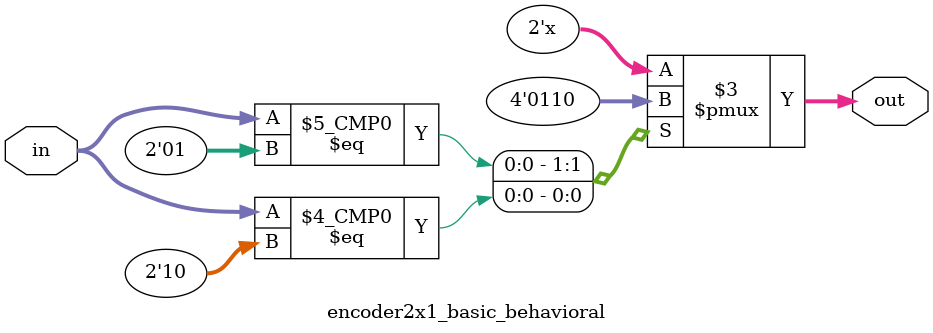
<source format=v>
module encoder2x1_basic_behavioral(input [1:0] in, output reg [1:0] out);

    always @* begin
        case(in)
            2'b01: out = 2'b01;
            2'b10: out = 2'b10;
        endcase
    end

endmodule

</source>
